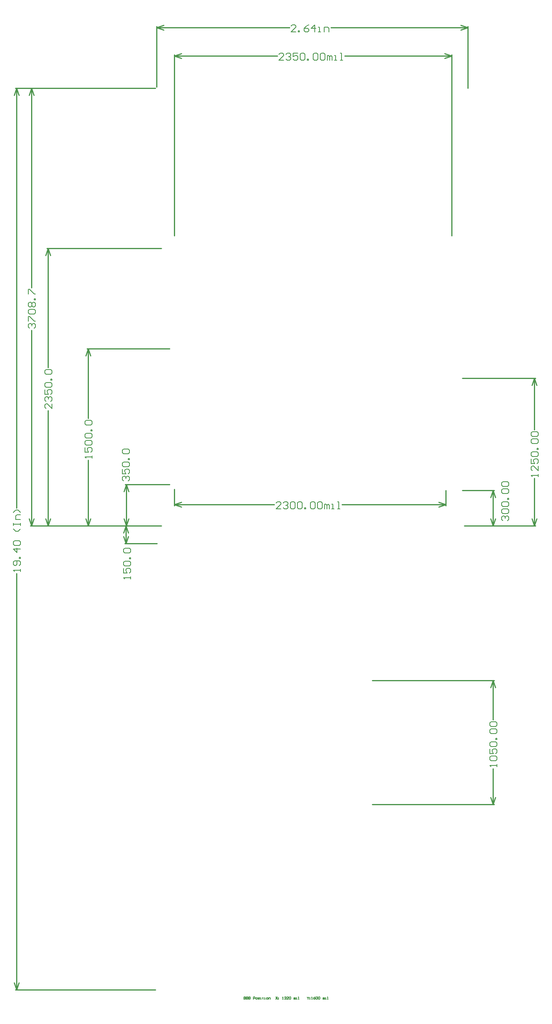
<source format=gbr>
G04 Layer_Color=8421376*
%FSLAX26Y26*%
%MOIN*%
%TF.FileFunction,Other,Mechanical_1*%
%TF.Part,Single*%
G01*
G75*
%TA.AperFunction,NonConductor*%
%ADD37C,0.010000*%
%ADD43C,0.005000*%
%ADD71C,0.006000*%
D37*
X-590000Y3928500D02*
X41575Y3928500D01*
X-590000Y5428500D02*
X110472Y5428500D01*
X-580000Y3928500D02*
X-580000Y4486552D01*
X-580000Y4838448D02*
X-580000Y5428500D01*
X-580000Y3928500D02*
X-560000Y3988500D01*
X-600000Y3988500D02*
X-580000Y3928500D01*
X-600000Y5368500D02*
X-580000Y5428500D01*
X-560000Y5368500D01*
X1827649Y2620178D02*
X2860000Y2620178D01*
X1827649Y1570178D02*
X2860000Y1570178D01*
X2850000Y2285116D02*
X2850000Y2620178D01*
X2850000Y1570178D02*
X2850000Y1873239D01*
X2830000Y2560178D02*
X2850000Y2620178D01*
X2870000Y2560178D01*
X2850000Y1570178D02*
X2870000Y1630178D01*
X2830000Y1630178D02*
X2850000Y1570178D01*
X2589528Y4228500D02*
X2860000Y4228500D01*
X2608425Y3928500D02*
X2860000Y3928500D01*
X2850000Y4078500D02*
X2850000Y4228500D01*
X2850000Y3928500D02*
X2850000Y4078500D01*
X2830000Y4168500D02*
X2850000Y4228500D01*
X2870000Y4168500D01*
X2850000Y3928500D02*
X2870000Y3988500D01*
X2830000Y3988500D02*
X2850000Y3928500D01*
X-480Y7647176D02*
X-480Y8158500D01*
X2637520Y7637335D02*
X2637520Y8158500D01*
X-480Y8148500D02*
X1126571Y8148500D01*
X1478468Y8148500D02*
X2637520Y8148500D01*
X-480Y8148500D02*
X59520Y8128500D01*
X-480Y8148500D02*
X59520Y8168500D01*
X2577520Y8168500D02*
X2637520Y8148500D01*
X2577520Y8128500D02*
X2637520Y8148500D01*
X-1197181Y7637177D02*
X-79016Y7637177D01*
X-1197181Y-665D02*
X-10480Y-665D01*
X-1187181Y4078172D02*
X-1187181Y7637177D01*
X-1187181Y-665D02*
X-1187181Y3526340D01*
X-1207181Y7577177D02*
X-1187181Y7637177D01*
X-1167181Y7577177D01*
X-1187181Y-665D02*
X-1167181Y59334D01*
X-1207181Y59334D02*
X-1187181Y-665D01*
X2589528Y5178500D02*
X3210000Y5178500D01*
X2608425Y3928500D02*
X3210000Y3928500D01*
X3200000Y4743439D02*
X3200000Y5178500D01*
X3200000Y3928500D02*
X3200000Y4331561D01*
X3180000Y5118500D02*
X3200000Y5178500D01*
X3220000Y5118500D01*
X3200000Y3928500D02*
X3220000Y3988500D01*
X3180000Y3988500D02*
X3200000Y3928500D01*
X-266591Y3928500D02*
X41575Y3928500D01*
X-266591Y4278500D02*
X110472Y4278500D01*
X-256591Y3928500D02*
X-256591Y4103500D01*
X-256591Y4278500D01*
X-256591Y3928500D02*
X-236590Y3988500D01*
X-276591Y3988500D02*
X-256591Y3928500D01*
X-276591Y4218500D02*
X-256591Y4278500D01*
X-236590Y4218500D01*
X-930000Y3928500D02*
X41575Y3928500D01*
X-930000Y6278500D02*
X41575Y6278500D01*
X-920000Y3928500D02*
X-920000Y4906553D01*
X-920000Y5268447D02*
X-920000Y6278500D01*
X-920000Y3928500D02*
X-900000Y3988500D01*
X-940000Y3988500D02*
X-920000Y3928500D01*
X-940000Y6218500D02*
X-920000Y6278500D01*
X-900000Y6218500D01*
X150000Y6386925D02*
X150000Y7918500D01*
X2500000Y6386925D02*
X2500000Y7918500D01*
X150000Y7908500D02*
X1023087Y7908500D01*
X1594913Y7908500D02*
X2500000Y7908500D01*
X150000Y7908500D02*
X210000Y7888500D01*
X150000Y7908500D02*
X210000Y7928500D01*
X2440000Y7928500D02*
X2500000Y7908500D01*
X2440000Y7888500D02*
X2500000Y7908500D01*
X-270000Y3778500D02*
X4835Y3778500D01*
X-270000Y3928500D02*
X41575Y3928500D01*
X-260000Y3778500D02*
X-260000Y3853500D01*
X-260000Y3928500D01*
X-260000Y3778500D02*
X-240000Y3838500D01*
X-280000Y3838500D02*
X-260000Y3778500D01*
X-280000Y3868500D02*
X-260000Y3928500D01*
X-240000Y3868500D01*
X150000Y4098500D02*
X150000Y4238972D01*
X2450000Y4098500D02*
X2450000Y4228500D01*
X150000Y4108500D02*
X998087Y4108500D01*
X1569913Y4108500D02*
X2450000Y4108500D01*
X150000Y4108500D02*
X210000Y4088500D01*
X150000Y4108500D02*
X210000Y4128500D01*
X2390000Y4128500D02*
X2450000Y4108500D01*
X2390000Y4088500D02*
X2450000Y4108500D01*
X-1070000Y3928500D02*
X41575Y3928500D01*
X-1070000Y7637176D02*
X-10480Y7637176D01*
X-1060000Y3928500D02*
X-1060000Y5585892D01*
X-1060000Y5947785D02*
X-1060000Y7637176D01*
X-1060000Y3928500D02*
X-1040000Y3988500D01*
X-1080000Y3988500D02*
X-1060000Y3928500D01*
X-1080000Y7577176D02*
X-1060000Y7637176D01*
X-1040000Y7577176D01*
D43*
X740000Y-61507D02*
X740000Y-81500D01*
X749997Y-81500D01*
X753329Y-78168D01*
X753329Y-74835D01*
X749997Y-71503D01*
X740000Y-71503D01*
X749997Y-71503D01*
X753329Y-68171D01*
X753329Y-64839D01*
X749997Y-61507D01*
X740000Y-61507D01*
X759994Y-61507D02*
X759994Y-81500D01*
X769990Y-81500D01*
X773322Y-78168D01*
X773322Y-74835D01*
X769990Y-71503D01*
X759994Y-71503D01*
X769990Y-71503D01*
X773322Y-68171D01*
X773322Y-64839D01*
X769990Y-61507D01*
X759994Y-61507D01*
X779987Y-61507D02*
X779987Y-81500D01*
X789984Y-81500D01*
X793316Y-78168D01*
X793316Y-74835D01*
X789984Y-71503D01*
X779987Y-71503D01*
X789984Y-71503D01*
X793316Y-68171D01*
X793316Y-64839D01*
X789984Y-61507D01*
X779987Y-61507D01*
X819974Y-81500D02*
X819974Y-61507D01*
X829971Y-61507D01*
X833303Y-64839D01*
X833303Y-71503D01*
X829971Y-74835D01*
X819974Y-74835D01*
X843300Y-81500D02*
X849964Y-81500D01*
X853297Y-78168D01*
X853297Y-71503D01*
X849964Y-68171D01*
X843300Y-68171D01*
X839967Y-71503D01*
X839967Y-78168D01*
X843300Y-81500D01*
X859961Y-81500D02*
X869958Y-81500D01*
X873290Y-78168D01*
X869958Y-74835D01*
X863293Y-74835D01*
X859961Y-71503D01*
X863293Y-68171D01*
X873290Y-68171D01*
X879955Y-81500D02*
X886619Y-81500D01*
X883287Y-81500D01*
X883287Y-68171D01*
X879955Y-68171D01*
X899948Y-64839D02*
X899948Y-68171D01*
X896616Y-68171D01*
X903280Y-68171D01*
X899948Y-68171D01*
X899948Y-78168D01*
X903280Y-81500D01*
X913277Y-81500D02*
X919942Y-81500D01*
X916609Y-81500D01*
X916609Y-68171D01*
X913277Y-68171D01*
X933271Y-81500D02*
X939935Y-81500D01*
X943267Y-78168D01*
X943267Y-71503D01*
X939935Y-68171D01*
X933271Y-68171D01*
X929938Y-71503D01*
X929938Y-78168D01*
X933271Y-81500D01*
X949932Y-81500D02*
X949932Y-68171D01*
X959929Y-68171D01*
X963261Y-71503D01*
X963261Y-81500D01*
X1009912Y-61507D02*
X1023241Y-81500D01*
X1023241Y-61507D02*
X1009912Y-81500D01*
X1029906Y-68171D02*
X1033238Y-68171D01*
X1033238Y-71503D01*
X1029906Y-71503D01*
X1029906Y-68171D01*
X1029906Y-78168D02*
X1033238Y-78168D01*
X1033238Y-81500D01*
X1029906Y-81500D01*
X1029906Y-78168D01*
X1066561Y-81500D02*
X1073225Y-81500D01*
X1069893Y-81500D01*
X1069893Y-61507D01*
X1066561Y-64839D01*
X1083222Y-64839D02*
X1086554Y-61507D01*
X1093219Y-61507D01*
X1096551Y-64839D01*
X1096551Y-68171D01*
X1093219Y-71503D01*
X1089887Y-71503D01*
X1093219Y-71503D01*
X1096551Y-74835D01*
X1096551Y-78168D01*
X1093219Y-81500D01*
X1086554Y-81500D01*
X1083222Y-78168D01*
X1116544Y-81500D02*
X1103216Y-81500D01*
X1116544Y-68171D01*
X1116544Y-64839D01*
X1113212Y-61507D01*
X1106548Y-61507D01*
X1103216Y-64839D01*
X1123209Y-64839D02*
X1126541Y-61507D01*
X1133206Y-61507D01*
X1136538Y-64839D01*
X1136538Y-78168D01*
X1133206Y-81500D01*
X1126541Y-81500D01*
X1123209Y-78168D01*
X1123209Y-64839D01*
X1163196Y-81500D02*
X1163196Y-68171D01*
X1166528Y-68171D01*
X1169861Y-71503D01*
X1169861Y-81500D01*
X1169861Y-71503D01*
X1173193Y-68171D01*
X1176525Y-71503D01*
X1176525Y-81500D01*
X1183189Y-81500D02*
X1189854Y-81500D01*
X1186522Y-81500D01*
X1186522Y-68171D01*
X1183189Y-68171D01*
X1199851Y-81500D02*
X1206515Y-81500D01*
X1203183Y-81500D01*
X1203183Y-61507D01*
X1199851Y-61507D01*
X1276493Y-61507D02*
X1276493Y-64839D01*
X1283157Y-71503D01*
X1289822Y-64839D01*
X1289822Y-61507D01*
X1283157Y-71503D02*
X1283157Y-81500D01*
X1296486Y-68171D02*
X1299818Y-68171D01*
X1299818Y-71503D01*
X1296486Y-71503D01*
X1296486Y-68171D01*
X1296486Y-78168D02*
X1299818Y-78168D01*
X1299818Y-81500D01*
X1296486Y-81500D01*
X1296486Y-78168D01*
X1313147Y-81500D02*
X1319812Y-81500D01*
X1316480Y-81500D01*
X1316480Y-61507D01*
X1313147Y-64839D01*
X1343138Y-61507D02*
X1336473Y-64839D01*
X1329809Y-71503D01*
X1329809Y-78168D01*
X1333141Y-81500D01*
X1339805Y-81500D01*
X1343138Y-78168D01*
X1343138Y-74835D01*
X1339805Y-71503D01*
X1329809Y-71503D01*
X1349802Y-64839D02*
X1353134Y-61507D01*
X1359799Y-61507D01*
X1363131Y-64839D01*
X1363131Y-78168D01*
X1359799Y-81500D01*
X1353134Y-81500D01*
X1349802Y-78168D01*
X1349802Y-64839D01*
X1369796Y-64839D02*
X1373128Y-61507D01*
X1379793Y-61507D01*
X1383125Y-64839D01*
X1383125Y-78168D01*
X1379793Y-81500D01*
X1373128Y-81500D01*
X1369796Y-78168D01*
X1369796Y-64839D01*
X1409783Y-81500D02*
X1409783Y-68171D01*
X1413115Y-68171D01*
X1416447Y-71503D01*
X1416447Y-81500D01*
X1416447Y-71503D01*
X1419780Y-68171D01*
X1423112Y-71503D01*
X1423112Y-81500D01*
X1429776Y-81500D02*
X1436441Y-81500D01*
X1433109Y-81500D01*
X1433109Y-68171D01*
X1429776Y-68171D01*
X1446438Y-81500D02*
X1453102Y-81500D01*
X1449770Y-81500D01*
X1449770Y-61507D01*
X1446438Y-61507D01*
D71*
X-544010Y4502552D02*
X-544010Y4522545D01*
X-544010Y4512548D01*
X-603990Y4512548D01*
X-593994Y4502552D01*
X-603990Y4592523D02*
X-603990Y4552535D01*
X-574000Y4552535D01*
X-583997Y4572529D01*
X-583997Y4582526D01*
X-574000Y4592523D01*
X-554006Y4592523D01*
X-544010Y4582526D01*
X-544010Y4562532D01*
X-554006Y4552535D01*
X-593994Y4612516D02*
X-603990Y4622513D01*
X-603990Y4642506D01*
X-593994Y4652503D01*
X-554006Y4652503D01*
X-544010Y4642506D01*
X-544010Y4622513D01*
X-554006Y4612516D01*
X-593994Y4612516D01*
X-593994Y4672497D02*
X-603990Y4682493D01*
X-603990Y4702487D01*
X-593994Y4712484D01*
X-554006Y4712484D01*
X-544010Y4702487D01*
X-544010Y4682493D01*
X-554006Y4672497D01*
X-593994Y4672497D01*
X-544010Y4732477D02*
X-554006Y4732477D01*
X-554006Y4742474D01*
X-544010Y4742474D01*
X-544010Y4732477D01*
X-593994Y4782461D02*
X-603990Y4792458D01*
X-603990Y4812451D01*
X-593994Y4822448D01*
X-554006Y4822448D01*
X-544010Y4812451D01*
X-544010Y4792458D01*
X-554006Y4782461D01*
X-593994Y4782461D01*
X2885990Y1889239D02*
X2885990Y1909233D01*
X2885990Y1899236D01*
X2826010Y1899236D01*
X2836006Y1889239D01*
X2836006Y1939223D02*
X2826010Y1949220D01*
X2826010Y1969213D01*
X2836006Y1979210D01*
X2875994Y1979210D01*
X2885990Y1969213D01*
X2885990Y1949220D01*
X2875994Y1939223D01*
X2836006Y1939223D01*
X2826010Y2039190D02*
X2826010Y1999203D01*
X2856000Y1999203D01*
X2846003Y2019197D01*
X2846003Y2029194D01*
X2856000Y2039190D01*
X2875994Y2039190D01*
X2885990Y2029194D01*
X2885990Y2009200D01*
X2875994Y1999203D01*
X2836006Y2059184D02*
X2826010Y2069181D01*
X2826010Y2089174D01*
X2836006Y2099171D01*
X2875994Y2099171D01*
X2885990Y2089174D01*
X2885990Y2069181D01*
X2875994Y2059184D01*
X2836006Y2059184D01*
X2885990Y2119165D02*
X2875994Y2119165D01*
X2875994Y2129161D01*
X2885990Y2129161D01*
X2885990Y2119165D01*
X2836006Y2169148D02*
X2826010Y2179145D01*
X2826010Y2199139D01*
X2836006Y2209135D01*
X2875994Y2209135D01*
X2885990Y2199139D01*
X2885990Y2179145D01*
X2875994Y2169148D01*
X2836006Y2169148D01*
X2836006Y2229129D02*
X2826010Y2239126D01*
X2826010Y2259119D01*
X2836006Y2269116D01*
X2875994Y2269116D01*
X2885990Y2259119D01*
X2885990Y2239126D01*
X2875994Y2229129D01*
X2836006Y2229129D01*
X2936006Y3972553D02*
X2926010Y3982550D01*
X2926010Y4002544D01*
X2936006Y4012540D01*
X2946003Y4012540D01*
X2956000Y4002544D01*
X2956000Y3992547D01*
X2956000Y4002544D01*
X2965997Y4012540D01*
X2975994Y4012540D01*
X2985990Y4002544D01*
X2985990Y3982550D01*
X2975994Y3972553D01*
X2936006Y4032534D02*
X2926010Y4042531D01*
X2926010Y4062524D01*
X2936006Y4072521D01*
X2975994Y4072521D01*
X2985990Y4062524D01*
X2985990Y4042531D01*
X2975994Y4032534D01*
X2936006Y4032534D01*
X2936006Y4092515D02*
X2926010Y4102511D01*
X2926010Y4122505D01*
X2936006Y4132502D01*
X2975994Y4132502D01*
X2985990Y4122505D01*
X2985990Y4102511D01*
X2975994Y4092515D01*
X2936006Y4092515D01*
X2985990Y4152495D02*
X2975994Y4152495D01*
X2975994Y4162492D01*
X2985990Y4162492D01*
X2985990Y4152495D01*
X2936006Y4202479D02*
X2926010Y4212476D01*
X2926010Y4232469D01*
X2936006Y4242466D01*
X2975994Y4242466D01*
X2985990Y4232469D01*
X2985990Y4212476D01*
X2975994Y4202479D01*
X2936006Y4202479D01*
X2936006Y4262459D02*
X2926010Y4272456D01*
X2926010Y4292450D01*
X2936006Y4302447D01*
X2975994Y4302447D01*
X2985990Y4292450D01*
X2985990Y4272456D01*
X2975994Y4262459D01*
X2936006Y4262459D01*
X1182558Y8112510D02*
X1142571Y8112510D01*
X1182558Y8152497D01*
X1182558Y8162493D01*
X1172562Y8172490D01*
X1152568Y8172490D01*
X1142571Y8162493D01*
X1202552Y8112510D02*
X1202552Y8122507D01*
X1212549Y8122507D01*
X1212549Y8112510D01*
X1202552Y8112510D01*
X1292523Y8172490D02*
X1272529Y8162493D01*
X1252536Y8142500D01*
X1252536Y8122507D01*
X1262533Y8112510D01*
X1282526Y8112510D01*
X1292523Y8122507D01*
X1292523Y8132503D01*
X1282526Y8142500D01*
X1252536Y8142500D01*
X1342507Y8112510D02*
X1342507Y8172490D01*
X1312516Y8142500D01*
X1352503Y8142500D01*
X1372497Y8112510D02*
X1392490Y8112510D01*
X1382494Y8112510D01*
X1382494Y8152497D01*
X1372497Y8152497D01*
X1422481Y8112510D02*
X1422481Y8152497D01*
X1452471Y8152497D01*
X1462468Y8142500D01*
X1462468Y8112510D01*
X-1151191Y3542340D02*
X-1151191Y3562333D01*
X-1151191Y3552337D01*
X-1211171Y3552337D01*
X-1201175Y3542340D01*
X-1161188Y3592324D02*
X-1151191Y3602320D01*
X-1151191Y3622314D01*
X-1161188Y3632311D01*
X-1201175Y3632311D01*
X-1211171Y3622314D01*
X-1211171Y3602320D01*
X-1201175Y3592324D01*
X-1191178Y3592324D01*
X-1181181Y3602320D01*
X-1181181Y3632311D01*
X-1151191Y3652304D02*
X-1161188Y3652304D01*
X-1161188Y3662301D01*
X-1151191Y3662301D01*
X-1151191Y3652304D01*
X-1151191Y3732278D02*
X-1211171Y3732278D01*
X-1181181Y3702288D01*
X-1181181Y3742275D01*
X-1201175Y3762269D02*
X-1211171Y3772265D01*
X-1211171Y3792259D01*
X-1201175Y3802256D01*
X-1161188Y3802256D01*
X-1151191Y3792259D01*
X-1151191Y3772265D01*
X-1161188Y3762269D01*
X-1201175Y3762269D01*
X-1151191Y3902223D02*
X-1171184Y3882230D01*
X-1191178Y3882230D01*
X-1211171Y3902223D01*
X-1211171Y3932214D02*
X-1211171Y3952207D01*
X-1211171Y3942211D01*
X-1151191Y3942211D01*
X-1151191Y3932214D01*
X-1151191Y3952207D01*
X-1151191Y3982198D02*
X-1191178Y3982198D01*
X-1191178Y4012188D01*
X-1181181Y4022185D01*
X-1151191Y4022185D01*
X-1151191Y4042178D02*
X-1171184Y4062172D01*
X-1191178Y4062172D01*
X-1211171Y4042178D01*
X3235990Y4347561D02*
X3235990Y4367555D01*
X3235990Y4357558D01*
X3176010Y4357558D01*
X3186006Y4347561D01*
X3235990Y4437532D02*
X3235990Y4397545D01*
X3196003Y4437532D01*
X3186006Y4437532D01*
X3176010Y4427535D01*
X3176010Y4407542D01*
X3186006Y4397545D01*
X3176010Y4497513D02*
X3176010Y4457526D01*
X3206000Y4457526D01*
X3196003Y4477519D01*
X3196003Y4487516D01*
X3206000Y4497513D01*
X3225994Y4497513D01*
X3235990Y4487516D01*
X3235990Y4467523D01*
X3225994Y4457526D01*
X3186006Y4517506D02*
X3176010Y4527503D01*
X3176010Y4547497D01*
X3186006Y4557493D01*
X3225994Y4557493D01*
X3235990Y4547497D01*
X3235990Y4527503D01*
X3225994Y4517506D01*
X3186006Y4517506D01*
X3235990Y4577487D02*
X3225994Y4577487D01*
X3225994Y4587484D01*
X3235990Y4587484D01*
X3235990Y4577487D01*
X3186006Y4627471D02*
X3176010Y4637468D01*
X3176010Y4657461D01*
X3186006Y4667458D01*
X3225994Y4667458D01*
X3235990Y4657461D01*
X3235990Y4637468D01*
X3225994Y4627471D01*
X3186006Y4627471D01*
X3186006Y4687451D02*
X3176010Y4697448D01*
X3176010Y4717442D01*
X3186006Y4727439D01*
X3225994Y4727439D01*
X3235990Y4717442D01*
X3235990Y4697448D01*
X3225994Y4687451D01*
X3186006Y4687451D01*
X-279984Y4308500D02*
X-289981Y4318497D01*
X-289981Y4338490D01*
X-279984Y4348487D01*
X-269987Y4348487D01*
X-259990Y4338490D01*
X-259990Y4328493D01*
X-259990Y4338490D01*
X-249994Y4348487D01*
X-239997Y4348487D01*
X-230000Y4338490D01*
X-230000Y4318497D01*
X-239997Y4308500D01*
X-289981Y4408468D02*
X-289981Y4368481D01*
X-259990Y4368481D01*
X-269987Y4388474D01*
X-269987Y4398471D01*
X-259990Y4408468D01*
X-239997Y4408468D01*
X-230000Y4398471D01*
X-230000Y4378477D01*
X-239997Y4368481D01*
X-279984Y4428461D02*
X-289981Y4438458D01*
X-289981Y4458452D01*
X-279984Y4468448D01*
X-239997Y4468448D01*
X-230000Y4458452D01*
X-230000Y4438458D01*
X-239997Y4428461D01*
X-279984Y4428461D01*
X-230000Y4488442D02*
X-239997Y4488442D01*
X-239997Y4498439D01*
X-230000Y4498439D01*
X-230000Y4488442D01*
X-279984Y4538426D02*
X-289981Y4548422D01*
X-289981Y4568416D01*
X-279984Y4578413D01*
X-239997Y4578413D01*
X-230000Y4568416D01*
X-230000Y4548422D01*
X-239997Y4538426D01*
X-279984Y4538426D01*
X-884010Y4962540D02*
X-884010Y4922553D01*
X-923997Y4962540D01*
X-933994Y4962540D01*
X-943990Y4952544D01*
X-943990Y4932550D01*
X-933994Y4922553D01*
X-933994Y4982534D02*
X-943990Y4992531D01*
X-943990Y5012524D01*
X-933994Y5022521D01*
X-923997Y5022521D01*
X-914000Y5012524D01*
X-914000Y5002527D01*
X-914000Y5012524D01*
X-904003Y5022521D01*
X-894006Y5022521D01*
X-884010Y5012524D01*
X-884010Y4992531D01*
X-894006Y4982534D01*
X-943990Y5082502D02*
X-943990Y5042515D01*
X-914000Y5042515D01*
X-923997Y5062508D01*
X-923997Y5072505D01*
X-914000Y5082502D01*
X-894006Y5082502D01*
X-884010Y5072505D01*
X-884010Y5052511D01*
X-894006Y5042515D01*
X-933994Y5102495D02*
X-943990Y5112492D01*
X-943990Y5132485D01*
X-933994Y5142482D01*
X-894006Y5142482D01*
X-884010Y5132485D01*
X-884010Y5112492D01*
X-894006Y5102495D01*
X-933994Y5102495D01*
X-884010Y5162476D02*
X-894006Y5162476D01*
X-894006Y5172472D01*
X-884010Y5172472D01*
X-884010Y5162476D01*
X-933994Y5212459D02*
X-943990Y5222456D01*
X-943990Y5242450D01*
X-933994Y5252447D01*
X-894006Y5252447D01*
X-884010Y5242450D01*
X-884010Y5222456D01*
X-894006Y5212459D01*
X-933994Y5212459D01*
X1079074Y7872510D02*
X1039087Y7872510D01*
X1079074Y7912497D01*
X1079074Y7922493D01*
X1069078Y7932490D01*
X1049084Y7932490D01*
X1039087Y7922493D01*
X1099068Y7922493D02*
X1109065Y7932490D01*
X1129058Y7932490D01*
X1139055Y7922493D01*
X1139055Y7912497D01*
X1129058Y7902500D01*
X1119061Y7902500D01*
X1129058Y7902500D01*
X1139055Y7892503D01*
X1139055Y7882507D01*
X1129058Y7872510D01*
X1109065Y7872510D01*
X1099068Y7882507D01*
X1199036Y7932490D02*
X1159049Y7932490D01*
X1159049Y7902500D01*
X1179042Y7912497D01*
X1189039Y7912497D01*
X1199036Y7902500D01*
X1199036Y7882507D01*
X1189039Y7872510D01*
X1169045Y7872510D01*
X1159049Y7882507D01*
X1219029Y7922493D02*
X1229026Y7932490D01*
X1249019Y7932490D01*
X1259016Y7922493D01*
X1259016Y7882507D01*
X1249019Y7872510D01*
X1229026Y7872510D01*
X1219029Y7882507D01*
X1219029Y7922493D01*
X1279010Y7872510D02*
X1279010Y7882507D01*
X1289006Y7882507D01*
X1289006Y7872510D01*
X1279010Y7872510D01*
X1328994Y7922493D02*
X1338990Y7932490D01*
X1358984Y7932490D01*
X1368981Y7922493D01*
X1368981Y7882507D01*
X1358984Y7872510D01*
X1338990Y7872510D01*
X1328994Y7882507D01*
X1328994Y7922493D01*
X1388974Y7922493D02*
X1398971Y7932490D01*
X1418964Y7932490D01*
X1428961Y7922493D01*
X1428961Y7882507D01*
X1418964Y7872510D01*
X1398971Y7872510D01*
X1388974Y7882507D01*
X1388974Y7922493D01*
X1448955Y7872510D02*
X1448955Y7912497D01*
X1458951Y7912497D01*
X1468948Y7902500D01*
X1468948Y7872510D01*
X1468948Y7902500D01*
X1478945Y7912497D01*
X1488942Y7902500D01*
X1488942Y7872510D01*
X1508935Y7872510D02*
X1528929Y7872510D01*
X1518932Y7872510D01*
X1518932Y7912497D01*
X1508935Y7912497D01*
X1558919Y7872510D02*
X1578913Y7872510D01*
X1568916Y7872510D01*
X1568916Y7932490D01*
X1558919Y7932490D01*
X-220000Y3478500D02*
X-220000Y3498494D01*
X-220000Y3488497D01*
X-279981Y3488497D01*
X-269984Y3478500D01*
X-279981Y3568471D02*
X-279981Y3528484D01*
X-249990Y3528484D01*
X-259987Y3548477D01*
X-259987Y3558474D01*
X-249990Y3568471D01*
X-229997Y3568471D01*
X-220000Y3558474D01*
X-220000Y3538481D01*
X-229997Y3528484D01*
X-269984Y3588464D02*
X-279981Y3598461D01*
X-279981Y3618455D01*
X-269984Y3628452D01*
X-229997Y3628452D01*
X-220000Y3618455D01*
X-220000Y3598461D01*
X-229997Y3588464D01*
X-269984Y3588464D01*
X-220000Y3648445D02*
X-229997Y3648445D01*
X-229997Y3658442D01*
X-220000Y3658442D01*
X-220000Y3648445D01*
X-269984Y3698429D02*
X-279981Y3708426D01*
X-279981Y3728419D01*
X-269984Y3738416D01*
X-229997Y3738416D01*
X-220000Y3728419D01*
X-220000Y3708426D01*
X-229997Y3698429D01*
X-269984Y3698429D01*
X1054074Y4072510D02*
X1014087Y4072510D01*
X1054074Y4112497D01*
X1054074Y4122493D01*
X1044078Y4132490D01*
X1024084Y4132490D01*
X1014087Y4122493D01*
X1074068Y4122493D02*
X1084065Y4132490D01*
X1104058Y4132490D01*
X1114055Y4122493D01*
X1114055Y4112497D01*
X1104058Y4102500D01*
X1094061Y4102500D01*
X1104058Y4102500D01*
X1114055Y4092503D01*
X1114055Y4082506D01*
X1104058Y4072510D01*
X1084065Y4072510D01*
X1074068Y4082506D01*
X1134049Y4122493D02*
X1144045Y4132490D01*
X1164039Y4132490D01*
X1174036Y4122493D01*
X1174036Y4082506D01*
X1164039Y4072510D01*
X1144045Y4072510D01*
X1134049Y4082506D01*
X1134049Y4122493D01*
X1194029Y4122493D02*
X1204026Y4132490D01*
X1224019Y4132490D01*
X1234016Y4122493D01*
X1234016Y4082506D01*
X1224019Y4072510D01*
X1204026Y4072510D01*
X1194029Y4082506D01*
X1194029Y4122493D01*
X1254010Y4072510D02*
X1254010Y4082506D01*
X1264006Y4082506D01*
X1264006Y4072510D01*
X1254010Y4072510D01*
X1303994Y4122493D02*
X1313990Y4132490D01*
X1333984Y4132490D01*
X1343981Y4122493D01*
X1343981Y4082506D01*
X1333984Y4072510D01*
X1313990Y4072510D01*
X1303994Y4082506D01*
X1303994Y4122493D01*
X1363974Y4122493D02*
X1373971Y4132490D01*
X1393964Y4132490D01*
X1403961Y4122493D01*
X1403961Y4082506D01*
X1393964Y4072510D01*
X1373971Y4072510D01*
X1363974Y4082506D01*
X1363974Y4122493D01*
X1423955Y4072510D02*
X1423955Y4112497D01*
X1433951Y4112497D01*
X1443948Y4102500D01*
X1443948Y4072510D01*
X1443948Y4102500D01*
X1453945Y4112497D01*
X1463942Y4102500D01*
X1463942Y4072510D01*
X1483935Y4072510D02*
X1503929Y4072510D01*
X1493932Y4072510D01*
X1493932Y4112497D01*
X1483935Y4112497D01*
X1533919Y4072510D02*
X1553913Y4072510D01*
X1543916Y4072510D01*
X1543916Y4132490D01*
X1533919Y4132490D01*
X-1073994Y5601891D02*
X-1083990Y5611888D01*
X-1083990Y5631882D01*
X-1073994Y5641879D01*
X-1063997Y5641879D01*
X-1054000Y5631882D01*
X-1054000Y5621885D01*
X-1054000Y5631882D01*
X-1044003Y5641879D01*
X-1034006Y5641879D01*
X-1024010Y5631882D01*
X-1024010Y5611888D01*
X-1034006Y5601891D01*
X-1083990Y5661872D02*
X-1083990Y5701859D01*
X-1073994Y5701859D01*
X-1034006Y5661872D01*
X-1024010Y5661872D01*
X-1073994Y5721853D02*
X-1083990Y5731850D01*
X-1083990Y5751843D01*
X-1073994Y5761840D01*
X-1034006Y5761840D01*
X-1024010Y5751843D01*
X-1024010Y5731850D01*
X-1034006Y5721853D01*
X-1073994Y5721853D01*
X-1073994Y5781833D02*
X-1083990Y5791830D01*
X-1083990Y5811824D01*
X-1073994Y5821820D01*
X-1063997Y5821820D01*
X-1054000Y5811824D01*
X-1044003Y5821820D01*
X-1034006Y5821820D01*
X-1024010Y5811824D01*
X-1024010Y5791830D01*
X-1034006Y5781833D01*
X-1044003Y5781833D01*
X-1054000Y5791830D01*
X-1063997Y5781833D01*
X-1073994Y5781833D01*
X-1054000Y5791830D02*
X-1054000Y5811824D01*
X-1024010Y5841814D02*
X-1034006Y5841814D01*
X-1034006Y5851811D01*
X-1024010Y5851811D01*
X-1024010Y5841814D01*
X-1083990Y5891798D02*
X-1083990Y5931785D01*
X-1073994Y5931785D01*
X-1034006Y5891798D01*
X-1024010Y5891798D01*
%TF.MD5,f9f4d99e8d24d82dd73a06d1f5d8f8f1*%
M02*

</source>
